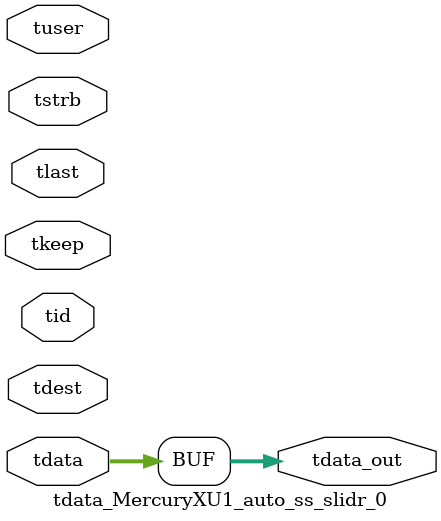
<source format=v>


`timescale 1ps/1ps

module tdata_MercuryXU1_auto_ss_slidr_0 #
(
parameter C_S_AXIS_TDATA_WIDTH = 32,
parameter C_S_AXIS_TUSER_WIDTH = 0,
parameter C_S_AXIS_TID_WIDTH   = 0,
parameter C_S_AXIS_TDEST_WIDTH = 0,
parameter C_M_AXIS_TDATA_WIDTH = 32
)
(
input  [(C_S_AXIS_TDATA_WIDTH == 0 ? 1 : C_S_AXIS_TDATA_WIDTH)-1:0     ] tdata,
input  [(C_S_AXIS_TUSER_WIDTH == 0 ? 1 : C_S_AXIS_TUSER_WIDTH)-1:0     ] tuser,
input  [(C_S_AXIS_TID_WIDTH   == 0 ? 1 : C_S_AXIS_TID_WIDTH)-1:0       ] tid,
input  [(C_S_AXIS_TDEST_WIDTH == 0 ? 1 : C_S_AXIS_TDEST_WIDTH)-1:0     ] tdest,
input  [(C_S_AXIS_TDATA_WIDTH/8)-1:0 ] tkeep,
input  [(C_S_AXIS_TDATA_WIDTH/8)-1:0 ] tstrb,
input                                                                    tlast,
output [C_M_AXIS_TDATA_WIDTH-1:0] tdata_out
);

assign tdata_out = {tdata[31:0]};

endmodule


</source>
